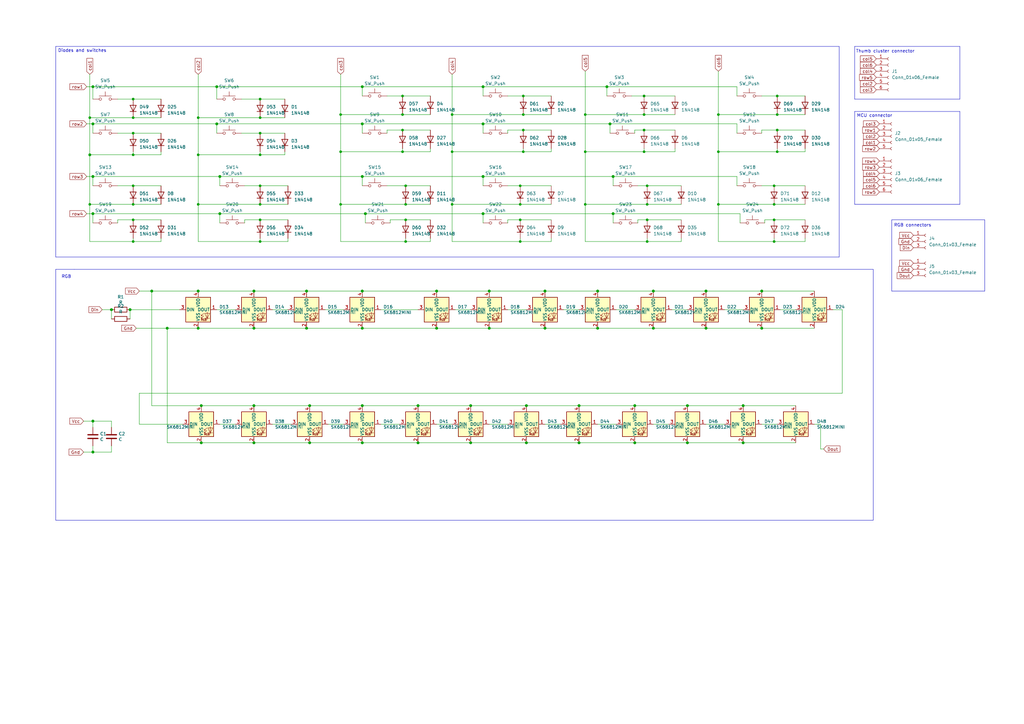
<source format=kicad_sch>
(kicad_sch (version 20230121) (generator eeschema)
  (paper "A3")
  (title_block (title "flex.sch") (date "2022-02-20") (company "bastard keyboards") (comment 3 "CC BY-NC-SA 4.0") (comment 4 "Copyright Quentin Lebastard 2022"))
  (junction (at 148.59 35.56) (diameter 1.016))
  (junction (at 215.9 166.37) (diameter 1.016))
  (junction (at 54.61 76.2))
  (junction (at 213.36 99.06))
  (junction (at 54.61 48.26))
  (junction (at 240.03 62.23))
  (junction (at 179.07 119.38) (diameter 1.016))
  (junction (at 294.64 46.99))
  (junction (at 200.66 119.38) (diameter 1.016))
  (junction (at 198.12 87.63) (diameter 1.016))
  (junction (at 68.58 134.62) (diameter 1.016))
  (junction (at 127 166.37) (diameter 1.016))
  (junction (at 88.9 35.56) (diameter 1.016))
  (junction (at 166.37 83.82))
  (junction (at 264.16 46.99))
  (junction (at 106.68 76.2))
  (junction (at 179.07 134.62) (diameter 1.016))
  (junction (at 106.68 99.06))
  (junction (at 317.5 90.17))
  (junction (at 82.55 181.61) (diameter 1.016))
  (junction (at 104.14 119.38) (diameter 1.016))
  (junction (at 171.45 181.61) (diameter 1.016))
  (junction (at 215.9 181.61) (diameter 1.016))
  (junction (at 213.36 83.82))
  (junction (at 312.42 134.62) (diameter 1.016))
  (junction (at 171.45 166.37) (diameter 1.016))
  (junction (at 148.59 72.39) (diameter 1.016))
  (junction (at 318.77 53.34))
  (junction (at 81.28 83.82))
  (junction (at 223.52 134.62) (diameter 1.016))
  (junction (at 165.1 39.37))
  (junction (at 36.83 83.82))
  (junction (at 38.1 72.39) (diameter 1.016))
  (junction (at 36.83 48.26))
  (junction (at 81.28 119.38) (diameter 1.016))
  (junction (at 88.9 50.8) (diameter 1.016))
  (junction (at 248.92 35.56) (diameter 1.016))
  (junction (at 318.77 46.99))
  (junction (at 185.42 83.82))
  (junction (at 264.16 39.37))
  (junction (at 54.61 83.82))
  (junction (at 281.94 181.61) (diameter 1.016))
  (junction (at 125.73 134.62) (diameter 1.016))
  (junction (at 185.42 46.99))
  (junction (at 38.1 172.72) (diameter 1.016))
  (junction (at 165.1 53.34))
  (junction (at 106.68 83.82))
  (junction (at 54.61 90.17))
  (junction (at 104.14 166.37) (diameter 1.016))
  (junction (at 166.37 76.2))
  (junction (at 289.56 134.62) (diameter 1.016))
  (junction (at 38.1 35.56) (diameter 1.016))
  (junction (at 318.77 39.37))
  (junction (at 148.59 134.62) (diameter 1.016))
  (junction (at 82.55 166.37) (diameter 1.016))
  (junction (at 148.59 119.38) (diameter 1.016))
  (junction (at 54.61 54.61))
  (junction (at 62.23 119.38) (diameter 1.016))
  (junction (at 53.34 127) (diameter 1.016))
  (junction (at 38.1 50.8) (diameter 1.016))
  (junction (at 281.94 166.37) (diameter 1.016))
  (junction (at 81.28 134.62) (diameter 1.016))
  (junction (at 214.63 46.99))
  (junction (at 245.11 134.62) (diameter 1.016))
  (junction (at 265.43 76.2))
  (junction (at 54.61 40.64))
  (junction (at 166.37 90.17))
  (junction (at 267.97 119.38) (diameter 1.016))
  (junction (at 214.63 53.34))
  (junction (at 294.64 83.82))
  (junction (at 265.43 83.82))
  (junction (at 237.49 181.61) (diameter 1.016))
  (junction (at 289.56 119.38) (diameter 1.016))
  (junction (at 304.8 181.61) (diameter 1.016))
  (junction (at 104.14 181.61) (diameter 1.016))
  (junction (at 127 181.61) (diameter 1.016))
  (junction (at 260.35 181.61) (diameter 1.016))
  (junction (at 245.11 119.38) (diameter 1.016))
  (junction (at 139.7 62.23))
  (junction (at 198.12 72.39) (diameter 1.016))
  (junction (at 106.68 63.5))
  (junction (at 149.86 87.63) (diameter 1.016))
  (junction (at 198.12 50.8) (diameter 1.016))
  (junction (at 251.46 87.63) (diameter 1.016))
  (junction (at 165.1 46.99))
  (junction (at 223.52 119.38) (diameter 1.016))
  (junction (at 54.61 99.06))
  (junction (at 260.35 166.37) (diameter 1.016))
  (junction (at 139.7 46.99))
  (junction (at 148.59 50.8) (diameter 1.016))
  (junction (at 166.37 99.06))
  (junction (at 125.73 119.38) (diameter 1.016))
  (junction (at 317.5 99.06))
  (junction (at 213.36 76.2))
  (junction (at 264.16 53.34))
  (junction (at 185.42 62.23))
  (junction (at 317.5 76.2))
  (junction (at 148.59 166.37) (diameter 1.016))
  (junction (at 106.68 48.26))
  (junction (at 198.12 35.56) (diameter 1.016))
  (junction (at 139.7 83.82))
  (junction (at 251.46 72.39) (diameter 1.016))
  (junction (at 214.63 62.23))
  (junction (at 54.61 63.5))
  (junction (at 81.28 63.5))
  (junction (at 304.8 166.37) (diameter 1.016))
  (junction (at 294.64 62.23))
  (junction (at 193.04 181.61) (diameter 1.016))
  (junction (at 250.19 50.8) (diameter 1.016))
  (junction (at 38.1 87.63) (diameter 1.016))
  (junction (at 240.03 46.99))
  (junction (at 106.68 90.17))
  (junction (at 81.28 48.26))
  (junction (at 265.43 99.06))
  (junction (at 267.97 134.62) (diameter 1.016))
  (junction (at 165.1 62.23))
  (junction (at 104.14 134.62) (diameter 1.016))
  (junction (at 265.43 90.17))
  (junction (at 317.5 83.82))
  (junction (at 45.72 127) (diameter 1.016))
  (junction (at 213.36 90.17))
  (junction (at 193.04 166.37) (diameter 1.016))
  (junction (at 264.16 62.23))
  (junction (at 214.63 39.37))
  (junction (at 148.59 181.61) (diameter 1.016))
  (junction (at 36.83 63.5) (diameter 1.016))
  (junction (at 240.03 83.82))
  (junction (at 312.42 119.38) (diameter 1.016))
  (junction (at 318.77 62.23))
  (junction (at 38.1 185.42) (diameter 1.016))
  (junction (at 90.17 72.39) (diameter 1.016))
  (junction (at 106.68 54.61))
  (junction (at 90.17 87.63) (diameter 1.016))
  (junction (at 200.66 134.62) (diameter 1.016))
  (junction (at 106.68 40.64))
  (junction (at 237.49 166.37) (diameter 1.016))
  (wire (pts (xy 82.55 166.37) (xy 104.14 166.37)))
  (wire (pts (xy 294.64 83.82) (xy 317.5 83.82)))
  (wire (pts (xy 160.02 91.44) (xy 160.02 90.17)))
  (wire (pts (xy 90.17 173.99) (xy 96.52 173.99)))
  (wire (pts (xy 198.12 35.56) (xy 198.12 39.37)))
  (wire (pts (xy 231.14 127) (xy 237.49 127)))
  (wire (pts (xy 158.75 53.34) (xy 158.75 54.61)))
  (wire (pts (xy 54.61 40.64) (xy 66.04 40.64)))
  (wire (pts (xy 294.64 29.21) (xy 294.64 46.99)))
  (polyline (pts (xy 403.86 90.17) (xy 403.86 119.38)))
  (polyline (pts (xy 350.52 19.05) (xy 393.7 19.05)))
  (wire (pts (xy 38.1 72.39) (xy 38.1 76.2)))
  (wire (pts (xy 208.28 39.37) (xy 214.63 39.37)))
  (wire (pts (xy 264.16 60.96) (xy 264.16 62.23)))
  (wire (pts (xy 139.7 83.82) (xy 139.7 99.06)))
  (wire (pts (xy 330.2 60.96) (xy 330.2 62.23)))
  (polyline (pts (xy 358.14 110.49) (xy 358.14 213.36)))
  (wire (pts (xy 148.59 166.37) (xy 171.45 166.37)))
  (wire (pts (xy 148.59 72.39) (xy 148.59 76.2)))
  (wire (pts (xy 57.15 161.29) (xy 57.15 173.99)))
  (wire (pts (xy 251.46 87.63) (xy 198.12 87.63)))
  (wire (pts (xy 165.1 62.23) (xy 176.53 62.23)))
  (wire (pts (xy 104.14 119.38) (xy 125.73 119.38)))
  (wire (pts (xy 48.26 90.17) (xy 54.61 90.17)))
  (wire (pts (xy 264.16 53.34) (xy 276.86 53.34)))
  (polyline (pts (xy 22.86 110.49) (xy 30.48 110.49)))
  (polyline (pts (xy 22.86 19.05) (xy 344.17 19.05)))
  (wire (pts (xy 193.04 166.37) (xy 215.9 166.37)))
  (wire (pts (xy 166.37 99.06) (xy 176.53 99.06)))
  (wire (pts (xy 133.35 127) (xy 140.97 127)))
  (wire (pts (xy 185.42 62.23) (xy 214.63 62.23)))
  (wire (pts (xy 166.37 97.79) (xy 166.37 99.06)))
  (wire (pts (xy 156.21 127) (xy 171.45 127)))
  (wire (pts (xy 38.1 185.42) (xy 38.1 182.88)))
  (wire (pts (xy 200.66 173.99) (xy 208.28 173.99)))
  (wire (pts (xy 261.62 76.2) (xy 265.43 76.2)))
  (wire (pts (xy 176.53 97.79) (xy 176.53 99.06)))
  (polyline (pts (xy 365.76 90.17) (xy 365.76 119.38)))
  (wire (pts (xy 226.06 97.79) (xy 226.06 99.06)))
  (wire (pts (xy 148.59 181.61) (xy 171.45 181.61)))
  (wire (pts (xy 165.1 46.99) (xy 176.53 46.99)))
  (wire (pts (xy 68.58 134.62) (xy 81.28 134.62)))
  (wire (pts (xy 90.17 87.63) (xy 149.86 87.63)))
  (wire (pts (xy 81.28 63.5) (xy 81.28 83.82)))
  (wire (pts (xy 265.43 99.06) (xy 279.4 99.06)))
  (wire (pts (xy 312.42 134.62) (xy 334.01 134.62)))
  (wire (pts (xy 106.68 54.61) (xy 116.84 54.61)))
  (wire (pts (xy 226.06 60.96) (xy 226.06 62.23)))
  (wire (pts (xy 160.02 90.17) (xy 166.37 90.17)))
  (wire (pts (xy 139.7 46.99) (xy 139.7 62.23)))
  (wire (pts (xy 81.28 99.06) (xy 106.68 99.06)))
  (wire (pts (xy 54.61 62.23) (xy 54.61 63.5)))
  (wire (pts (xy 104.14 166.37) (xy 127 166.37)))
  (wire (pts (xy 208.28 127) (xy 215.9 127)))
  (wire (pts (xy 318.77 39.37) (xy 330.2 39.37)))
  (wire (pts (xy 198.12 87.63) (xy 198.12 91.44)))
  (wire (pts (xy 88.9 50.8) (xy 148.59 50.8)))
  (wire (pts (xy 259.08 39.37) (xy 264.16 39.37)))
  (wire (pts (xy 38.1 35.56) (xy 38.1 40.64)))
  (wire (pts (xy 317.5 76.2) (xy 330.2 76.2)))
  (wire (pts (xy 318.77 62.23) (xy 330.2 62.23)))
  (wire (pts (xy 330.2 97.79) (xy 330.2 99.06)))
  (wire (pts (xy 223.52 134.62) (xy 245.11 134.62)))
  (wire (pts (xy 148.59 134.62) (xy 179.07 134.62)))
  (wire (pts (xy 104.14 181.61) (xy 127 181.61)))
  (wire (pts (xy 260.35 181.61) (xy 281.94 181.61)))
  (wire (pts (xy 313.69 90.17) (xy 317.5 90.17)))
  (wire (pts (xy 240.03 62.23) (xy 264.16 62.23)))
  (polyline (pts (xy 22.86 19.05) (xy 22.86 105.41)))
  (wire (pts (xy 166.37 90.17) (xy 176.53 90.17)))
  (wire (pts (xy 106.68 40.64) (xy 116.84 40.64)))
  (wire (pts (xy 345.44 161.29) (xy 57.15 161.29)))
  (wire (pts (xy 208.28 76.2) (xy 213.36 76.2)))
  (wire (pts (xy 317.5 83.82) (xy 330.2 83.82)))
  (wire (pts (xy 54.61 83.82) (xy 66.04 83.82)))
  (wire (pts (xy 345.44 127) (xy 345.44 161.29)))
  (wire (pts (xy 88.9 35.56) (xy 148.59 35.56)))
  (wire (pts (xy 82.55 181.61) (xy 104.14 181.61)))
  (polyline (pts (xy 393.7 83.82) (xy 350.52 83.82)))
  (wire (pts (xy 304.8 181.61) (xy 326.39 181.61)))
  (wire (pts (xy 54.61 76.2) (xy 66.04 76.2)))
  (wire (pts (xy 214.63 62.23) (xy 226.06 62.23)))
  (wire (pts (xy 213.36 90.17) (xy 226.06 90.17)))
  (wire (pts (xy 245.11 173.99) (xy 252.73 173.99)))
  (wire (pts (xy 264.16 39.37) (xy 276.86 39.37)))
  (wire (pts (xy 68.58 181.61) (xy 82.55 181.61)))
  (polyline (pts (xy 350.52 45.72) (xy 393.7 45.72)))
  (wire (pts (xy 185.42 83.82) (xy 213.36 83.82)))
  (wire (pts (xy 36.83 30.48) (xy 36.83 48.26)))
  (wire (pts (xy 252.73 127) (xy 260.35 127)))
  (wire (pts (xy 45.72 127) (xy 45.72 130.81)))
  (wire (pts (xy 185.42 46.99) (xy 185.42 62.23)))
  (wire (pts (xy 54.61 54.61) (xy 66.04 54.61)))
  (wire (pts (xy 318.77 46.99) (xy 330.2 46.99)))
  (wire (pts (xy 90.17 87.63) (xy 90.17 91.44)))
  (wire (pts (xy 148.59 35.56) (xy 148.59 39.37)))
  (wire (pts (xy 38.1 172.72) (xy 34.29 172.72)))
  (wire (pts (xy 38.1 87.63) (xy 38.1 91.44)))
  (wire (pts (xy 208.28 90.17) (xy 213.36 90.17)))
  (wire (pts (xy 116.84 62.23) (xy 116.84 63.5)))
  (wire (pts (xy 179.07 134.62) (xy 200.66 134.62)))
  (wire (pts (xy 240.03 62.23) (xy 240.03 83.82)))
  (wire (pts (xy 200.66 134.62) (xy 223.52 134.62)))
  (wire (pts (xy 55.88 134.62) (xy 68.58 134.62)))
  (wire (pts (xy 176.53 60.96) (xy 176.53 62.23)))
  (wire (pts (xy 294.64 62.23) (xy 318.77 62.23)))
  (polyline (pts (xy 344.17 19.05) (xy 344.17 105.41)))
  (wire (pts (xy 68.58 134.62) (xy 68.58 181.61)))
  (wire (pts (xy 34.29 185.42) (xy 38.1 185.42)))
  (wire (pts (xy 35.56 87.63) (xy 38.1 87.63)))
  (wire (pts (xy 57.15 173.99) (xy 74.93 173.99)))
  (wire (pts (xy 214.63 53.34) (xy 226.06 53.34)))
  (wire (pts (xy 88.9 35.56) (xy 88.9 40.64)))
  (wire (pts (xy 185.42 99.06) (xy 213.36 99.06)))
  (wire (pts (xy 198.12 35.56) (xy 248.92 35.56)))
  (wire (pts (xy 166.37 83.82) (xy 176.53 83.82)))
  (wire (pts (xy 250.19 50.8) (xy 302.26 50.8)))
  (wire (pts (xy 111.76 127) (xy 118.11 127)))
  (wire (pts (xy 245.11 134.62) (xy 267.97 134.62)))
  (wire (pts (xy 62.23 119.38) (xy 62.23 166.37)))
  (wire (pts (xy 171.45 181.61) (xy 193.04 181.61)))
  (wire (pts (xy 35.56 72.39) (xy 38.1 72.39)))
  (wire (pts (xy 81.28 134.62) (xy 104.14 134.62)))
  (wire (pts (xy 45.72 175.26) (xy 45.72 172.72)))
  (wire (pts (xy 111.76 173.99) (xy 119.38 173.99)))
  (wire (pts (xy 185.42 83.82) (xy 185.42 99.06)))
  (wire (pts (xy 54.61 48.26) (xy 66.04 48.26)))
  (wire (pts (xy 312.42 76.2) (xy 317.5 76.2)))
  (wire (pts (xy 302.26 72.39) (xy 302.26 76.2)))
  (wire (pts (xy 35.56 50.8) (xy 38.1 50.8)))
  (wire (pts (xy 294.64 83.82) (xy 294.64 99.06)))
  (wire (pts (xy 318.77 53.34) (xy 330.2 53.34)))
  (wire (pts (xy 294.64 62.23) (xy 294.64 83.82)))
  (wire (pts (xy 336.55 173.99) (xy 336.55 184.15)))
  (wire (pts (xy 223.52 173.99) (xy 229.87 173.99)))
  (wire (pts (xy 156.21 173.99) (xy 163.83 173.99)))
  (wire (pts (xy 265.43 97.79) (xy 265.43 99.06)))
  (polyline (pts (xy 393.7 40.64) (xy 350.52 40.64)))
  (wire (pts (xy 312.42 39.37) (xy 318.77 39.37)))
  (wire (pts (xy 139.7 99.06) (xy 166.37 99.06)))
  (wire (pts (xy 38.1 35.56) (xy 88.9 35.56)))
  (wire (pts (xy 106.68 99.06) (xy 118.11 99.06)))
  (wire (pts (xy 260.35 54.61) (xy 260.35 53.34)))
  (wire (pts (xy 198.12 72.39) (xy 198.12 76.2)))
  (wire (pts (xy 38.1 50.8) (xy 88.9 50.8)))
  (polyline (pts (xy 344.17 105.41) (xy 22.86 105.41)))
  (wire (pts (xy 81.28 63.5) (xy 106.68 63.5)))
  (wire (pts (xy 240.03 99.06) (xy 265.43 99.06)))
  (wire (pts (xy 35.56 35.56) (xy 38.1 35.56)))
  (wire (pts (xy 289.56 134.62) (xy 312.42 134.62)))
  (wire (pts (xy 165.1 53.34) (xy 176.53 53.34)))
  (wire (pts (xy 54.61 99.06) (xy 66.04 99.06)))
  (wire (pts (xy 208.28 53.34) (xy 208.28 54.61)))
  (wire (pts (xy 275.59 127) (xy 281.94 127)))
  (polyline (pts (xy 350.52 45.72) (xy 350.52 83.82)))
  (polyline (pts (xy 393.7 45.72) (xy 393.7 83.82)))
  (wire (pts (xy 81.28 119.38) (xy 104.14 119.38)))
  (wire (pts (xy 240.03 29.21) (xy 240.03 46.99)))
  (wire (pts (xy 158.75 76.2) (xy 166.37 76.2)))
  (wire (pts (xy 36.83 83.82) (xy 54.61 83.82)))
  (wire (pts (xy 185.42 46.99) (xy 214.63 46.99)))
  (wire (pts (xy 193.04 181.61) (xy 215.9 181.61)))
  (wire (pts (xy 100.33 90.17) (xy 106.68 90.17)))
  (wire (pts (xy 240.03 83.82) (xy 265.43 83.82)))
  (wire (pts (xy 302.26 50.8) (xy 302.26 54.61)))
  (wire (pts (xy 106.68 90.17) (xy 118.11 90.17)))
  (wire (pts (xy 54.61 90.17) (xy 66.04 90.17)))
  (wire (pts (xy 289.56 119.38) (xy 312.42 119.38)))
  (wire (pts (xy 45.72 185.42) (xy 45.72 182.88)))
  (wire (pts (xy 208.28 90.17) (xy 208.28 91.44)))
  (wire (pts (xy 36.83 63.5) (xy 36.83 83.82)))
  (wire (pts (xy 198.12 50.8) (xy 198.12 54.61)))
  (wire (pts (xy 237.49 166.37) (xy 260.35 166.37)))
  (wire (pts (xy 214.63 60.96) (xy 214.63 62.23)))
  (wire (pts (xy 48.26 40.64) (xy 54.61 40.64)))
  (wire (pts (xy 88.9 50.8) (xy 88.9 54.61)))
  (wire (pts (xy 81.28 83.82) (xy 106.68 83.82)))
  (wire (pts (xy 250.19 50.8) (xy 250.19 54.61)))
  (wire (pts (xy 267.97 119.38) (xy 289.56 119.38)))
  (wire (pts (xy 158.75 53.34) (xy 165.1 53.34)))
  (wire (pts (xy 118.11 97.79) (xy 118.11 99.06)))
  (wire (pts (xy 264.16 46.99) (xy 276.86 46.99)))
  (wire (pts (xy 248.92 35.56) (xy 302.26 35.56)))
  (wire (pts (xy 81.28 83.82) (xy 81.28 99.06)))
  (wire (pts (xy 139.7 46.99) (xy 165.1 46.99)))
  (wire (pts (xy 179.07 173.99) (xy 185.42 173.99)))
  (wire (pts (xy 166.37 76.2) (xy 176.53 76.2)))
  (wire (pts (xy 149.86 87.63) (xy 149.86 91.44)))
  (wire (pts (xy 334.01 173.99) (xy 336.55 173.99)))
  (wire (pts (xy 88.9 127) (xy 96.52 127)))
  (wire (pts (xy 165.1 39.37) (xy 176.53 39.37)))
  (wire (pts (xy 261.62 90.17) (xy 261.62 91.44)))
  (wire (pts (xy 294.64 99.06) (xy 317.5 99.06)))
  (wire (pts (xy 312.42 173.99) (xy 318.77 173.99)))
  (wire (pts (xy 294.64 46.99) (xy 294.64 62.23)))
  (wire (pts (xy 267.97 173.99) (xy 274.32 173.99)))
  (wire (pts (xy 57.15 119.38) (xy 62.23 119.38)))
  (wire (pts (xy 289.56 173.99) (xy 297.18 173.99)))
  (wire (pts (xy 267.97 134.62) (xy 289.56 134.62)))
  (wire (pts (xy 245.11 119.38) (xy 267.97 119.38)))
  (wire (pts (xy 36.83 83.82) (xy 36.83 99.06)))
  (wire (pts (xy 53.34 127) (xy 53.34 130.81)))
  (wire (pts (xy 317.5 97.79) (xy 317.5 99.06)))
  (wire (pts (xy 99.06 40.64) (xy 106.68 40.64)))
  (wire (pts (xy 36.83 48.26) (xy 36.83 63.5)))
  (wire (pts (xy 106.68 83.82) (xy 118.11 83.82)))
  (wire (pts (xy 38.1 175.26) (xy 38.1 172.72)))
  (wire (pts (xy 313.69 91.44) (xy 313.69 90.17)))
  (wire (pts (xy 139.7 62.23) (xy 139.7 83.82)))
  (wire (pts (xy 251.46 87.63) (xy 303.53 87.63)))
  (wire (pts (xy 304.8 166.37) (xy 326.39 166.37)))
  (wire (pts (xy 317.5 99.06) (xy 330.2 99.06)))
  (wire (pts (xy 106.68 62.23) (xy 106.68 63.5)))
  (wire (pts (xy 38.1 72.39) (xy 90.17 72.39)))
  (wire (pts (xy 265.43 83.82) (xy 279.4 83.82)))
  (wire (pts (xy 251.46 91.44) (xy 251.46 87.63)))
  (wire (pts (xy 213.36 99.06) (xy 226.06 99.06)))
  (wire (pts (xy 38.1 185.42) (xy 45.72 185.42)))
  (wire (pts (xy 214.63 46.99) (xy 226.06 46.99)))
  (wire (pts (xy 100.33 76.2) (xy 106.68 76.2)))
  (wire (pts (xy 260.35 53.34) (xy 264.16 53.34)))
  (wire (pts (xy 48.26 54.61) (xy 54.61 54.61)))
  (wire (pts (xy 302.26 35.56) (xy 302.26 39.37)))
  (wire (pts (xy 148.59 35.56) (xy 198.12 35.56)))
  (wire (pts (xy 213.36 97.79) (xy 213.36 99.06)))
  (wire (pts (xy 148.59 72.39) (xy 198.12 72.39)))
  (wire (pts (xy 165.1 60.96) (xy 165.1 62.23)))
  (wire (pts (xy 264.16 62.23) (xy 276.86 62.23)))
  (wire (pts (xy 66.04 62.23) (xy 66.04 63.5)))
  (wire (pts (xy 312.42 53.34) (xy 312.42 54.61)))
  (wire (pts (xy 179.07 119.38) (xy 200.66 119.38)))
  (wire (pts (xy 213.36 83.82) (xy 226.06 83.82)))
  (wire (pts (xy 148.59 50.8) (xy 198.12 50.8)))
  (wire (pts (xy 336.55 184.15) (xy 337.82 184.15)))
  (wire (pts (xy 240.03 46.99) (xy 240.03 62.23)))
  (wire (pts (xy 185.42 62.23) (xy 185.42 83.82)))
  (wire (pts (xy 106.68 48.26) (xy 116.84 48.26)))
  (wire (pts (xy 265.43 76.2) (xy 279.4 76.2)))
  (wire (pts (xy 237.49 181.61) (xy 260.35 181.61)))
  (wire (pts (xy 125.73 119.38) (xy 148.59 119.38)))
  (wire (pts (xy 186.69 127) (xy 193.04 127)))
  (wire (pts (xy 198.12 72.39) (xy 251.46 72.39)))
  (wire (pts (xy 106.68 63.5) (xy 116.84 63.5)))
  (wire (pts (xy 148.59 50.8) (xy 148.59 54.61)))
  (wire (pts (xy 215.9 181.61) (xy 237.49 181.61)))
  (wire (pts (xy 240.03 46.99) (xy 264.16 46.99)))
  (wire (pts (xy 261.62 90.17) (xy 265.43 90.17)))
  (wire (pts (xy 90.17 72.39) (xy 90.17 76.2)))
  (wire (pts (xy 90.17 72.39) (xy 148.59 72.39)))
  (polyline (pts (xy 22.86 213.36) (xy 22.86 110.49)))
  (wire (pts (xy 281.94 181.61) (xy 304.8 181.61)))
  (wire (pts (xy 214.63 39.37) (xy 226.06 39.37)))
  (wire (pts (xy 341.63 127) (xy 345.44 127)))
  (wire (pts (xy 99.06 54.61) (xy 106.68 54.61)))
  (wire (pts (xy 139.7 62.23) (xy 165.1 62.23)))
  (wire (pts (xy 125.73 134.62) (xy 148.59 134.62)))
  (wire (pts (xy 265.43 90.17) (xy 279.4 90.17)))
  (wire (pts (xy 106.68 97.79) (xy 106.68 99.06)))
  (wire (pts (xy 279.4 97.79) (xy 279.4 99.06)))
  (wire (pts (xy 81.28 48.26) (xy 81.28 63.5)))
  (wire (pts (xy 48.26 76.2) (xy 54.61 76.2)))
  (wire (pts (xy 36.83 48.26) (xy 54.61 48.26)))
  (polyline (pts (xy 393.7 19.05) (xy 393.7 40.64)))
  (wire (pts (xy 312.42 53.34) (xy 318.77 53.34)))
  (wire (pts (xy 320.04 127) (xy 326.39 127)))
  (polyline (pts (xy 358.14 213.36) (xy 22.86 213.36)))
  (wire (pts (xy 48.26 90.17) (xy 48.26 91.44)))
  (wire (pts (xy 240.03 83.82) (xy 240.03 99.06)))
  (wire (pts (xy 106.68 76.2) (xy 118.11 76.2)))
  (polyline (pts (xy 365.76 90.17) (xy 403.86 90.17)))
  (wire (pts (xy 53.34 127) (xy 73.66 127)))
  (wire (pts (xy 171.45 166.37) (xy 193.04 166.37)))
  (wire (pts (xy 100.33 90.17) (xy 100.33 91.44)))
  (wire (pts (xy 54.61 63.5) (xy 66.04 63.5)))
  (wire (pts (xy 223.52 119.38) (xy 245.11 119.38)))
  (wire (pts (xy 297.18 127) (xy 304.8 127)))
  (wire (pts (xy 158.75 39.37) (xy 165.1 39.37)))
  (wire (pts (xy 139.7 83.82) (xy 166.37 83.82)))
  (wire (pts (xy 36.83 99.06) (xy 54.61 99.06)))
  (polyline (pts (xy 30.48 110.49) (xy 358.14 110.49)))
  (wire (pts (xy 148.59 119.38) (xy 179.07 119.38)))
  (wire (pts (xy 54.61 97.79) (xy 54.61 99.06)))
  (wire (pts (xy 303.53 87.63) (xy 303.53 91.44)))
  (wire (pts (xy 38.1 87.63) (xy 90.17 87.63)))
  (wire (pts (xy 317.5 90.17) (xy 330.2 90.17)))
  (wire (pts (xy 139.7 30.48) (xy 139.7 46.99)))
  (wire (pts (xy 312.42 119.38) (xy 334.01 119.38)))
  (wire (pts (xy 81.28 30.48) (xy 81.28 48.26)))
  (wire (pts (xy 134.62 173.99) (xy 140.97 173.99)))
  (polyline (pts (xy 350.52 19.05) (xy 350.52 40.64)))
  (wire (pts (xy 198.12 50.8) (xy 250.19 50.8)))
  (wire (pts (xy 276.86 60.96) (xy 276.86 62.23)))
  (wire (pts (xy 41.91 127) (xy 45.72 127)))
  (wire (pts (xy 45.72 172.72) (xy 38.1 172.72)))
  (wire (pts (xy 213.36 76.2) (xy 226.06 76.2)))
  (wire (pts (xy 66.04 97.79) (xy 66.04 99.06)))
  (wire (pts (xy 127 181.61) (xy 148.59 181.61)))
  (wire (pts (xy 294.64 46.99) (xy 318.77 46.99)))
  (wire (pts (xy 38.1 50.8) (xy 38.1 54.61)))
  (wire (pts (xy 127 166.37) (xy 148.59 166.37)))
  (wire (pts (xy 62.23 119.38) (xy 81.28 119.38)))
  (wire (pts (xy 81.28 48.26) (xy 106.68 48.26)))
  (wire (pts (xy 251.46 72.39) (xy 251.46 76.2)))
  (wire (pts (xy 185.42 30.48) (xy 185.42 46.99)))
  (polyline (pts (xy 403.86 119.38) (xy 365.76 119.38)))
  (wire (pts (xy 251.46 72.39) (xy 302.26 72.39)))
  (wire (pts (xy 62.23 166.37) (xy 82.55 166.37)))
  (wire (pts (xy 149.86 87.63) (xy 198.12 87.63)))
  (wire (pts (xy 200.66 119.38) (xy 223.52 119.38)))
  (wire (pts (xy 281.94 166.37) (xy 304.8 166.37)))
  (wire (pts (xy 215.9 166.37) (xy 237.49 166.37)))
  (wire (pts (xy 318.77 60.96) (xy 318.77 62.23)))
  (wire (pts (xy 260.35 166.37) (xy 281.94 166.37)))
  (wire (pts (xy 208.28 53.34) (xy 214.63 53.34)))
  (wire (pts (xy 248.92 39.37) (xy 248.92 35.56)))
  (wire (pts (xy 104.14 134.62) (xy 125.73 134.62)))
  (wire (pts (xy 36.83 63.5) (xy 54.61 63.5)))
  (text "Diodes and switches" (at 43.688 21.59 0) (effects (font (size 1.27 1.27)) (justify right bottom)))
  (text "RGB" (at 29.21 114.3 0) (effects (font (size 1.27 1.27)) (justify right bottom)))
  (text "MCU connector" (at 366.014 48.26 0) (effects (font (size 1.27 1.27)) (justify right bottom)))
  (text "Thumb cluster connector" (at 375.158 21.844 0) (effects (font (size 1.27 1.27)) (justify right bottom)))
  (text "This work is licensed under a Creative Commons Attribution-NonCommercial-ShareAlike 4.0 International License." (at 429.26 378.46 0) (effects (font (size 1.27 1.27)) (justify left bottom)))
  (text "RGB connectors" (at 382.016 93.218 0) (effects (font (size 1.27 1.27)) (justify right bottom)))
  (global_label "Din" (shape input) (at 41.91 127 180) (property "Intersheetrefs" "${INTERSHEET_REFS}" (effects hide)))
  (global_label "col6" (shape input) (at 360.68 76.2 180) (property "Intersheetrefs" "${INTERSHEET_REFS}" (effects hide)))
  (global_label "col5" (shape input) (at 360.68 73.66 180) (property "Intersheetrefs" "${INTERSHEET_REFS}" (effects hide)))
  (global_label "col2" (shape input) (at 359.41 34.29 180) (property "Intersheetrefs" "${INTERSHEET_REFS}" (effects hide)))
  (global_label "Din" (shape input) (at 374.65 101.6 180) (property "Intersheetrefs" "${INTERSHEET_REFS}" (effects hide)))
  (global_label "col5" (shape input) (at 240.03 29.21 90) (property "Intersheetrefs" "${INTERSHEET_REFS}" (effects hide)))
  (global_label "Dout" (shape input) (at 337.82 184.15 0) (property "Intersheetrefs" "${INTERSHEET_REFS}" (effects hide)))
  (global_label "col3" (shape input) (at 139.7 30.48 90) (property "Intersheetrefs" "${INTERSHEET_REFS}" (effects hide)))
  (global_label "row3" (shape input) (at 360.68 68.58 180) (property "Intersheetrefs" "${INTERSHEET_REFS}" (effects hide)))
  (global_label "Vcc" (shape input) (at 57.15 119.38 180) (property "Intersheetrefs" "${INTERSHEET_REFS}" (effects hide)))
  (global_label "Gnd" (shape input) (at 374.65 99.06 180) (property "Intersheetrefs" "${INTERSHEET_REFS}" (effects hide)))
  (global_label "row5" (shape input) (at 359.41 31.75 180) (property "Intersheetrefs" "${INTERSHEET_REFS}" (effects hide)))
  (global_label "col2" (shape input) (at 360.68 55.88 180) (property "Intersheetrefs" "${INTERSHEET_REFS}" (effects hide)))
  (global_label "row3" (shape input) (at 35.56 72.39 180) (property "Intersheetrefs" "${INTERSHEET_REFS}" (effects hide)))
  (global_label "Gnd" (shape input) (at 55.88 134.62 180) (property "Intersheetrefs" "${INTERSHEET_REFS}" (effects hide)))
  (global_label "col4" (shape input) (at 359.41 29.21 180) (property "Intersheetrefs" "${INTERSHEET_REFS}" (effects hide)))
  (global_label "col3" (shape input) (at 359.41 36.83 180) (property "Intersheetrefs" "${INTERSHEET_REFS}" (effects hide)))
  (global_label "col4" (shape input) (at 185.42 30.48 90) (property "Intersheetrefs" "${INTERSHEET_REFS}" (effects hide)))
  (global_label "row5" (shape input) (at 360.68 78.74 180) (property "Intersheetrefs" "${INTERSHEET_REFS}" (effects hide)))
  (global_label "row1" (shape input) (at 360.68 53.34 180) (property "Intersheetrefs" "${INTERSHEET_REFS}" (effects hide)))
  (global_label "row4" (shape input) (at 360.68 66.04 180) (property "Intersheetrefs" "${INTERSHEET_REFS}" (effects hide)))
  (global_label "Vcc" (shape input) (at 34.29 172.72 180) (property "Intersheetrefs" "${INTERSHEET_REFS}" (effects hide)))
  (global_label "row2" (shape input) (at 360.68 60.96 180) (property "Intersheetrefs" "${INTERSHEET_REFS}" (effects hide)))
  (global_label "col1" (shape input) (at 360.68 58.42 180) (property "Intersheetrefs" "${INTERSHEET_REFS}" (effects hide)))
  (global_label "col6" (shape input) (at 359.41 26.67 180) (property "Intersheetrefs" "${INTERSHEET_REFS}" (effects hide)))
  (global_label "col6" (shape input) (at 294.64 29.21 90) (property "Intersheetrefs" "${INTERSHEET_REFS}" (effects hide)))
  (global_label "col3" (shape input) (at 360.68 50.8 180) (property "Intersheetrefs" "${INTERSHEET_REFS}" (effects hide)))
  (global_label "row4" (shape input) (at 35.56 87.63 180) (property "Intersheetrefs" "${INTERSHEET_REFS}" (effects hide)))
  (global_label "Gnd" (shape input) (at 374.65 110.49 180) (property "Intersheetrefs" "${INTERSHEET_REFS}" (effects hide)))
  (global_label "row1" (shape input) (at 35.56 35.56 180) (property "Intersheetrefs" "${INTERSHEET_REFS}" (effects hide)))
  (global_label "Gnd" (shape input) (at 34.29 185.42 180) (property "Intersheetrefs" "${INTERSHEET_REFS}" (effects hide)))
  (global_label "row2" (shape input) (at 35.56 50.8 180) (property "Intersheetrefs" "${INTERSHEET_REFS}" (effects hide)))
  (global_label "Vcc" (shape input) (at 374.65 107.95 180) (property "Intersheetrefs" "${INTERSHEET_REFS}" (effects hide)))
  (global_label "col1" (shape input) (at 36.83 30.48 90) (property "Intersheetrefs" "${INTERSHEET_REFS}" (effects hide)))
  (global_label "Dout" (shape input) (at 374.65 113.03 180) (property "Intersheetrefs" "${INTERSHEET_REFS}" (effects hide)))
  (global_label "col5" (shape input) (at 359.41 24.13 180) (property "Intersheetrefs" "${INTERSHEET_REFS}" (effects hide)))
  (global_label "col2" (shape input) (at 81.28 30.48 90) (property "Intersheetrefs" "${INTERSHEET_REFS}" (effects hide)))
  (global_label "col4" (shape input) (at 360.68 71.12 180) (property "Intersheetrefs" "${INTERSHEET_REFS}" (effects hide)))
  (global_label "Vcc" (shape input) (at 374.65 96.52 180) (property "Intersheetrefs" "${INTERSHEET_REFS}" (effects hide)))
  (symbol (lib_id "Device:C") (at 38.1 179.07 0) (unit 1)
    (property "Reference" "C1" (at 41.0211 177.9206 0) (effects (justify left)))
    (property "Value" "C" (at 41.0211 180.2193 0) (effects (justify left)))
    (property "Footprint" "Capacitor_SMD:C_1206_3216Metric_Pad1.42x1.75mm_HandSolder" (effects hide))
  )
  (symbol (lib_id "Switch:SW_Push") (at 43.18 54.61 0) (unit 1)
    (property "Reference" "SW7" (at 43.18 46.99 0))
    (property "Value" "SW_Push" (at 43.18 49.53 0))
    (property "Footprint" "custom:SW_MX_reversible" (effects hide))
  )
  (symbol (lib_id "Diode:1N4148") (at 66.04 44.45 90) (unit 1)
    (property "Reference" "D25" (at 68.58 43.815 90) (effects (justify right)))
    (property "Value" "1N4148" (at 68.58 46.355 90) (effects (justify right)))
    (property "Footprint" "libs:D_0402" (effects hide))
    (property "Datasheet" "https://assets.nexperia.com/documents/data-sheet/1N4148_1N4448.pdf" (effects hide))
    (property "Sim.Device" "D" (effects hide))
    (property "Sim.Pins" "1=K 2=A" (effects hide))
  )
  (symbol (lib_id "Switch:SW_Push") (at 256.54 91.44 0) (unit 1)
    (property "Reference" "SW23" (at 256.54 83.82 0))
    (property "Value" "SW_Push" (at 256.54 86.36 0))
    (property "Footprint" "custom:SW_MX_reversible" (effects hide))
  )
  (symbol (lib_id "LED:SK6812MINI") (at 267.97 127 0) (unit 1)
    (property "Reference" "D21" (at 276.6061 125.8506 0) (effects (justify left)))
    (property "Value" "SK6812MINI" (at 276.6061 128.1493 0) (effects (justify left)))
    (property "Footprint" "libs:SK6812_mini_e_corners" (effects hide))
    (property "Datasheet" "https://cdn-shop.adafruit.com/product-files/2686/SK6812MINI_REV.01-1-2.pdf" (effects hide))
  )
  (symbol (lib_id "Diode:1N4148") (at 226.06 57.15 90) (unit 1)
    (property "Reference" "D28" (at 228.6 56.515 90) (effects (justify right)))
    (property "Value" "1N4148" (at 228.6 59.055 90) (effects (justify right)))
    (property "Footprint" "libs:D_0402" (effects hide))
    (property "Datasheet" "https://assets.nexperia.com/documents/data-sheet/1N4148_1N4448.pdf" (effects hide))
    (property "Sim.Device" "D" (effects hide))
    (property "Sim.Pins" "1=K 2=A" (effects hide))
  )
  (symbol (lib_id "LED:SK6812MINI") (at 148.59 173.99 0) (unit 1)
    (property "Reference" "D40" (at 157.2261 172.8406 0) (effects (justify left)))
    (property "Value" "SK6812MINI" (at 157.2261 175.1393 0) (effects (justify left)))
    (property "Footprint" "libs:SK6812_mini_e_corners" (effects hide))
    (property "Datasheet" "https://cdn-shop.adafruit.com/product-files/2686/SK6812MINI_REV.01-1-2.pdf" (effects hide))
  )
  (symbol (lib_id "Diode:1N4148") (at 226.06 80.01 90) (unit 1)
    (property "Reference" "D7" (at 228.6 79.375 90) (effects (justify right)))
    (property "Value" "1N4148" (at 228.6 81.915 90) (effects (justify right)))
    (property "Footprint" "libs:D_0402" (effects hide))
    (property "Datasheet" "https://assets.nexperia.com/documents/data-sheet/1N4148_1N4448.pdf" (effects hide))
    (property "Sim.Device" "D" (effects hide))
    (property "Sim.Pins" "1=K 2=A" (effects hide))
  )
  (symbol (lib_id "LED:SK6812MINI") (at 81.28 127 0) (unit 1)
    (property "Reference" "D13" (at 89.9161 125.8506 0) (effects (justify left)))
    (property "Value" "SK6812MINI" (at 89.9161 128.1493 0) (effects (justify left)))
    (property "Footprint" "libs:SK6812_mini_e_corners" (effects hide))
    (property "Datasheet" "https://cdn-shop.adafruit.com/product-files/2686/SK6812MINI_REV.01-1-2.pdf" (effects hide))
  )
  (symbol (lib_id "Diode:1N4148") (at 214.63 43.18 90) (unit 1)
    (property "Reference" "D61" (at 217.17 42.545 90) (effects (justify right)))
    (property "Value" "1N4148" (at 217.17 45.085 90) (effects (justify right)))
    (property "Footprint" "custom:Diode_TH_SOD123" (effects hide))
    (property "Datasheet" "https://assets.nexperia.com/documents/data-sheet/1N4148_1N4448.pdf" (effects hide))
    (property "Sim.Device" "D" (effects hide))
    (property "Sim.Pins" "1=K 2=A" (effects hide))
  )
  (symbol (lib_id "LED:SK6812MINI") (at 312.42 127 0) (unit 1)
    (property "Reference" "D23" (at 321.0561 125.8506 0) (effects (justify left)))
    (property "Value" "SK6812MINI" (at 321.0561 128.1493 0) (effects (justify left)))
    (property "Footprint" "libs:SK6812_mini_e_corners" (effects hide))
    (property "Datasheet" "https://cdn-shop.adafruit.com/product-files/2686/SK6812MINI_REV.01-1-2.pdf" (effects hide))
  )
  (symbol (lib_id "LED:SK6812MINI") (at 223.52 127 0) (unit 1)
    (property "Reference" "D19" (at 232.1561 125.8506 0) (effects (justify left)))
    (property "Value" "SK6812MINI" (at 232.1561 128.1493 0) (effects (justify left)))
    (property "Footprint" "libs:SK6812_mini_e_corners" (effects hide))
    (property "Datasheet" "https://cdn-shop.adafruit.com/product-files/2686/SK6812MINI_REV.01-1-2.pdf" (effects hide))
  )
  (symbol (lib_id "Diode:1N4148") (at 330.2 57.15 90) (unit 1)
    (property "Reference" "D30" (at 332.74 56.515 90) (effects (justify right)))
    (property "Value" "1N4148" (at 332.74 59.055 90) (effects (justify right)))
    (property "Footprint" "libs:D_0402" (effects hide))
    (property "Datasheet" "https://assets.nexperia.com/documents/data-sheet/1N4148_1N4448.pdf" (effects hide))
    (property "Sim.Device" "D" (effects hide))
    (property "Sim.Pins" "1=K 2=A" (effects hide))
  )
  (symbol (lib_id "Diode:1N4148") (at 176.53 80.01 90) (unit 1)
    (property "Reference" "D11" (at 179.07 79.375 90) (effects (justify right)))
    (property "Value" "1N4148" (at 179.07 81.915 90) (effects (justify right)))
    (property "Footprint" "libs:D_0402" (effects hide))
    (property "Datasheet" "https://assets.nexperia.com/documents/data-sheet/1N4148_1N4448.pdf" (effects hide))
    (property "Sim.Device" "D" (effects hide))
    (property "Sim.Pins" "1=K 2=A" (effects hide))
  )
  (symbol (lib_id "LED:SK6812MINI") (at 82.55 173.99 0) (unit 1)
    (property "Reference" "D37" (at 91.1861 172.8406 0) (effects (justify left)))
    (property "Value" "SK6812MINI" (at 91.1861 175.1393 0) (effects (justify left)))
    (property "Footprint" "libs:SK6812_mini_e_corners" (effects hide))
    (property "Datasheet" "https://cdn-shop.adafruit.com/product-files/2686/SK6812MINI_REV.01-1-2.pdf" (effects hide))
  )
  (symbol (lib_id "Diode:1N4148") (at 176.53 57.15 90) (unit 1)
    (property "Reference" "D27" (at 179.07 56.515 90) (effects (justify right)))
    (property "Value" "1N4148" (at 179.07 59.055 90) (effects (justify right)))
    (property "Footprint" "libs:D_0402" (effects hide))
    (property "Datasheet" "https://assets.nexperia.com/documents/data-sheet/1N4148_1N4448.pdf" (effects hide))
    (property "Sim.Device" "D" (effects hide))
    (property "Sim.Pins" "1=K 2=A" (effects hide))
  )
  (symbol (lib_id "Switch:SW_Push") (at 93.98 40.64 0) (unit 1)
    (property "Reference" "SW6" (at 93.98 33.02 0))
    (property "Value" "SW_Push" (at 93.98 35.56 0))
    (property "Footprint" "custom:SW_MX_reversible" (effects hide))
  )
  (symbol (lib_id "LED:SK6812MINI") (at 104.14 173.99 0) (unit 1)
    (property "Reference" "D38" (at 112.7761 172.8406 0) (effects (justify left)))
    (property "Value" "SK6812MINI" (at 112.7761 175.1393 0) (effects (justify left)))
    (property "Footprint" "libs:SK6812_mini_e_corners" (effects hide))
    (property "Datasheet" "https://cdn-shop.adafruit.com/product-files/2686/SK6812MINI_REV.01-1-2.pdf" (effects hide))
  )
  (symbol (lib_id "LED:SK6812MINI") (at 289.56 127 0) (unit 1)
    (property "Reference" "D22" (at 298.1961 125.8506 0) (effects (justify left)))
    (property "Value" "SK6812MINI" (at 298.1961 128.1493 0) (effects (justify left)))
    (property "Footprint" "libs:SK6812_mini_e_corners" (effects hide))
    (property "Datasheet" "https://cdn-shop.adafruit.com/product-files/2686/SK6812MINI_REV.01-1-2.pdf" (effects hide))
  )
  (symbol (lib_id "Switch:SW_Push") (at 153.67 76.2 0) (unit 1)
    (property "Reference" "SW15" (at 153.67 68.58 0))
    (property "Value" "SW_Push" (at 153.67 71.12 0))
    (property "Footprint" "custom:SW_MX_reversible" (effects hide))
  )
  (symbol (lib_id "Diode:1N4148") (at 106.68 93.98 90) (unit 1)
    (property "Reference" "D56" (at 109.22 93.345 90) (effects (justify right)))
    (property "Value" "1N4148" (at 109.22 95.885 90) (effects (justify right)))
    (property "Footprint" "custom:Diode_TH_SOD123" (effects hide))
    (property "Datasheet" "https://assets.nexperia.com/documents/data-sheet/1N4148_1N4448.pdf" (effects hide))
    (property "Sim.Device" "D" (effects hide))
    (property "Sim.Pins" "1=K 2=A" (effects hide))
  )
  (symbol (lib_id "Diode:1N4148") (at 264.16 57.15 90) (unit 1)
    (property "Reference" "D66" (at 266.7 56.515 90) (effects (justify right)))
    (property "Value" "1N4148" (at 266.7 59.055 90) (effects (justify right)))
    (property "Footprint" "custom:Diode_TH_SOD123" (effects hide))
    (property "Datasheet" "https://assets.nexperia.com/documents/data-sheet/1N4148_1N4448.pdf" (effects hide))
    (property "Sim.Device" "D" (effects hide))
    (property "Sim.Pins" "1=K 2=A" (effects hide))
  )
  (symbol (lib_id "Switch:SW_Push") (at 154.94 91.44 0) (unit 1)
    (property "Reference" "SW21" (at 154.94 83.82 0))
    (property "Value" "SW_Push" (at 154.94 86.36 0))
    (property "Footprint" "custom:SW_MX_reversible" (effects hide))
  )
  (symbol (lib_id "Diode:1N4148") (at 106.68 80.01 90) (unit 1)
    (property "Reference" "D55" (at 109.22 79.375 90) (effects (justify right)))
    (property "Value" "1N4148" (at 109.22 81.915 90) (effects (justify right)))
    (property "Footprint" "custom:Diode_TH_SOD123" (effects hide))
    (property "Datasheet" "https://assets.nexperia.com/documents/data-sheet/1N4148_1N4448.pdf" (effects hide))
    (property "Sim.Device" "D" (effects hide))
    (property "Sim.Pins" "1=K 2=A" (effects hide))
  )
  (symbol (lib_id "Diode:1N4148") (at 265.43 80.01 90) (unit 1)
    (property "Reference" "D67" (at 267.97 79.375 90) (effects (justify right)))
    (property "Value" "1N4148" (at 267.97 81.915 90) (effects (justify right)))
    (property "Footprint" "custom:Diode_TH_SOD123" (effects hide))
    (property "Datasheet" "https://assets.nexperia.com/documents/data-sheet/1N4148_1N4448.pdf" (effects hide))
    (property "Sim.Device" "D" (effects hide))
    (property "Sim.Pins" "1=K 2=A" (effects hide))
  )
  (symbol (lib_id "Switch:SW_Push") (at 95.25 91.44 0) (unit 1)
    (property "Reference" "SW20" (at 95.25 83.82 0))
    (property "Value" "SW_Push" (at 95.25 86.36 0))
    (property "Footprint" "custom:SW_MX_reversible" (effects hide))
  )
  (symbol (lib_id "Diode:1N4148") (at 265.43 93.98 90) (unit 1)
    (property "Reference" "D68" (at 267.97 93.345 90) (effects (justify right)))
    (property "Value" "1N4148" (at 267.97 95.885 90) (effects (justify right)))
    (property "Footprint" "custom:Diode_TH_SOD123" (effects hide))
    (property "Datasheet" "https://assets.nexperia.com/documents/data-sheet/1N4148_1N4448.pdf" (effects hide))
    (property "Sim.Device" "D" (effects hide))
    (property "Sim.Pins" "1=K 2=A" (effects hide))
  )
  (symbol (lib_id "Connector:Conn_01x03_Female") (at 379.73 110.49 0) (unit 1)
    (property "Reference" "J5" (at 381 109.22 0) (effects (justify left)))
    (property "Value" "Conn_01x03_Female" (at 381 111.76 0) (effects (justify left)))
    (property "Footprint" "Connector_PinHeader_2.54mm:PinHeader_1x03_P2.54mm_Vertical" (effects hide))
  )
  (symbol (lib_id "Diode:1N4148") (at 279.4 93.98 90) (unit 1)
    (property "Reference" "D35" (at 281.94 93.345 90) (effects (justify right)))
    (property "Value" "1N4148" (at 281.94 95.885 90) (effects (justify right)))
    (property "Footprint" "libs:D_0402" (effects hide))
    (property "Datasheet" "https://assets.nexperia.com/documents/data-sheet/1N4148_1N4448.pdf" (effects hide))
    (property "Sim.Device" "D" (effects hide))
    (property "Sim.Pins" "1=K 2=A" (effects hide))
  )
  (symbol (lib_id "Diode:1N4148") (at 118.11 93.98 90) (unit 1)
    (property "Reference" "D34" (at 120.65 93.345 90) (effects (justify right)))
    (property "Value" "1N4148" (at 120.65 95.885 90) (effects (justify right)))
    (property "Footprint" "libs:D_0402" (effects hide))
    (property "Datasheet" "https://assets.nexperia.com/documents/data-sheet/1N4148_1N4448.pdf" (effects hide))
    (property "Sim.Device" "D" (effects hide))
    (property "Sim.Pins" "1=K 2=A" (effects hide))
  )
  (symbol (lib_id "LED:SK6812MINI") (at 127 173.99 0) (unit 1)
    (property "Reference" "D39" (at 135.6361 172.8406 0) (effects (justify left)))
    (property "Value" "SK6812MINI" (at 135.6361 175.1393 0) (effects (justify left)))
    (property "Footprint" "libs:SK6812_mini_e_corners" (effects hide))
    (property "Datasheet" "https://cdn-shop.adafruit.com/product-files/2686/SK6812MINI_REV.01-1-2.pdf" (effects hide))
  )
  (symbol (lib_id "Switch:SW_Push") (at 93.98 54.61 0) (unit 1)
    (property "Reference" "SW8" (at 93.98 46.99 0))
    (property "Value" "SW_Push" (at 93.98 49.53 0))
    (property "Footprint" "custom:SW_MX_reversible" (effects hide))
  )
  (symbol (lib_id "Switch:SW_Push") (at 43.18 40.64 0) (unit 1)
    (property "Reference" "SW5" (at 43.18 33.02 0))
    (property "Value" "SW_Push" (at 43.18 35.56 0))
    (property "Footprint" "custom:SW_MX_reversible" (effects hide))
  )
  (symbol (lib_id "LED:SK6812MINI") (at 193.04 173.99 0) (unit 1)
    (property "Reference" "D42" (at 201.6761 172.8406 0) (effects (justify left)))
    (property "Value" "SK6812MINI" (at 201.6761 175.1393 0) (effects (justify left)))
    (property "Footprint" "libs:SK6812_mini_e_corners" (effects hide))
    (property "Datasheet" "https://cdn-shop.adafruit.com/product-files/2686/SK6812MINI_REV.01-1-2.pdf" (effects hide))
  )
  (symbol (lib_id "Switch:SW_Push") (at 43.18 76.2 0) (unit 1)
    (property "Reference" "SW13" (at 43.18 68.58 0))
    (property "Value" "SW_Push" (at 43.18 71.12 0))
    (property "Footprint" "custom:SW_MX_reversible" (effects hide))
  )
  (symbol (lib_id "Diode:1N4148") (at 276.86 57.15 90) (unit 1)
    (property "Reference" "D6" (at 279.4 56.515 90) (effects (justify right)))
    (property "Value" "1N4148" (at 279.4 59.055 90) (effects (justify right)))
    (property "Footprint" "libs:D_0402" (effects hide))
    (property "Datasheet" "https://assets.nexperia.com/documents/data-sheet/1N4148_1N4448.pdf" (effects hide))
    (property "Sim.Device" "D" (effects hide))
    (property "Sim.Pins" "1=K 2=A" (effects hide))
  )
  (symbol (lib_id "Device:C") (at 45.72 179.07 0) (unit 1)
    (property "Reference" "C2" (at 48.6411 177.9206 0) (effects (justify left)))
    (property "Value" "C" (at 48.6411 180.2193 0) (effects (justify left)))
    (property "Footprint" "Capacitor_SMD:C_1206_3216Metric_Pad1.42x1.75mm_HandSolder" (effects hide))
  )
  (symbol (lib_id "Switch:SW_Push") (at 203.2 39.37 0) (unit 1)
    (property "Reference" "SW2" (at 203.2 31.75 0))
    (property "Value" "SW_Push" (at 203.2 34.29 0))
    (property "Footprint" "custom:SW_MX_reversible" (effects hide))
  )
  (symbol (lib_id "Diode:1N4148") (at 66.04 93.98 90) (unit 1)
    (property "Reference" "D31" (at 68.58 93.345 90) (effects (justify right)))
    (property "Value" "1N4148" (at 68.58 95.885 90) (effects (justify right)))
    (property "Footprint" "libs:D_0402" (effects hide))
    (property "Datasheet" "https://assets.nexperia.com/documents/data-sheet/1N4148_1N4448.pdf" (effects hide))
    (property "Sim.Device" "D" (effects hide))
    (property "Sim.Pins" "1=K 2=A" (effects hide))
  )
  (symbol (lib_id "LED:SK6812MINI") (at 326.39 173.99 0) (unit 1)
    (property "Reference" "D48" (at 335.0261 172.8406 0) (effects (justify left)))
    (property "Value" "SK6812MINI" (at 335.0261 175.1393 0) (effects (justify left)))
    (property "Footprint" "libs:SK6812_mini_e_corners" (effects hide))
    (property "Datasheet" "https://cdn-shop.adafruit.com/product-files/2686/SK6812MINI_REV.01-1-2.pdf" (effects hide))
  )
  (symbol (lib_id "Diode:1N4148") (at 116.84 44.45 90) (unit 1)
    (property "Reference" "D1" (at 119.38 43.815 90) (effects (justify right)))
    (property "Value" "1N4148" (at 119.38 46.355 90) (effects (justify right)))
    (property "Footprint" "libs:D_0402" (effects hide))
    (property "Datasheet" "https://assets.nexperia.com/documents/data-sheet/1N4148_1N4448.pdf" (effects hide))
    (property "Sim.Device" "D" (effects hide))
    (property "Sim.Pins" "1=K 2=A" (effects hide))
  )
  (symbol (lib_id "Diode:1N4148") (at 166.37 80.01 90) (unit 1)
    (property "Reference" "D59" (at 168.91 79.375 90) (effects (justify right)))
    (property "Value" "1N4148" (at 168.91 81.915 90) (effects (justify right)))
    (property "Footprint" "custom:Diode_TH_SOD123" (effects hide))
    (property "Datasheet" "https://assets.nexperia.com/documents/data-sheet/1N4148_1N4448.pdf" (effects hide))
    (property "Sim.Device" "D" (effects hide))
    (property "Sim.Pins" "1=K 2=A" (effects hide))
  )
  (symbol (lib_id "Switch:SW_Push") (at 307.34 54.61 0) (unit 1)
    (property "Reference" "SW12" (at 307.34 46.99 0))
    (property "Value" "SW_Push" (at 307.34 49.53 0))
    (property "Footprint" "custom:SW_MX_reversible" (effects hide))
  )
  (symbol (lib_id "Diode:1N4148") (at 54.61 93.98 90) (unit 1)
    (property "Reference" "D52" (at 57.15 93.345 90) (effects (justify right)))
    (property "Value" "1N4148" (at 57.15 95.885 90) (effects (justify right)))
    (property "Footprint" "custom:Diode_TH_SOD123" (effects hide))
    (property "Datasheet" "https://assets.nexperia.com/documents/data-sheet/1N4148_1N4448.pdf" (effects hide))
    (property "Sim.Device" "D" (effects hide))
    (property "Sim.Pins" "1=K 2=A" (effects hide))
  )
  (symbol (lib_id "Diode:1N4148") (at 226.06 93.98 90) (unit 1)
    (property "Reference" "D9" (at 228.6 93.345 90) (effects (justify right)))
    (property "Value" "1N4148" (at 228.6 95.885 90) (effects (justify right)))
    (property "Footprint" "libs:D_0402" (effects hide))
    (property "Datasheet" "https://assets.nexperia.com/documents/data-sheet/1N4148_1N4448.pdf" (effects hide))
    (property "Sim.Device" "D" (effects hide))
    (property "Sim.Pins" "1=K 2=A" (effects hide))
  )
  (symbol (lib_id "Diode:1N4148") (at 226.06 43.18 90) (unit 1)
    (property "Reference" "D2" (at 228.6 42.545 90) (effects (justify right)))
    (property "Value" "1N4148" (at 228.6 45.085 90) (effects (justify right)))
    (property "Footprint" "libs:D_0402" (effects hide))
    (property "Datasheet" "https://assets.nexperia.com/documents/data-sheet/1N4148_1N4448.pdf" (effects hide))
    (property "Sim.Device" "D" (effects hide))
    (property "Sim.Pins" "1=K 2=A" (effects hide))
  )
  (symbol (lib_id "Diode:1N4148") (at 317.5 80.01 90) (unit 1)
    (property "Reference" "D71" (at 320.04 79.375 90) (effects (justify right)))
    (property "Value" "1N4148" (at 320.04 81.915 90) (effects (justify right)))
    (property "Footprint" "custom:Diode_TH_SOD123" (effects hide))
    (property "Datasheet" "https://assets.nexperia.com/documents/data-sheet/1N4148_1N4448.pdf" (effects hide))
    (property "Sim.Device" "D" (effects hide))
    (property "Sim.Pins" "1=K 2=A" (effects hide))
  )
  (symbol (lib_id "Diode:1N4148") (at 330.2 80.01 90) (unit 1)
    (property "Reference" "D12" (at 332.74 79.375 90) (effects (justify right)))
    (property "Value" "1N4148" (at 332.74 81.915 90) (effects (justify right)))
    (property "Footprint" "libs:D_0402" (effects hide))
    (property "Datasheet" "https://assets.nexperia.com/documents/data-sheet/1N4148_1N4448.pdf" (effects hide))
    (property "Sim.Device" "D" (effects hide))
    (property "Sim.Pins" "1=K 2=A" (effects hide))
  )
  (symbol (lib_id "Switch:SW_Push") (at 255.27 54.61 0) (unit 1)
    (property "Reference" "SW11" (at 255.27 46.99 0))
    (property "Value" "SW_Push" (at 255.27 49.53 0))
    (property "Footprint" "custom:SW_MX_reversible" (effects hide))
  )
  (symbol (lib_id "Diode:1N4148") (at 213.36 93.98 90) (unit 1)
    (property "Reference" "D64" (at 215.9 93.345 90) (effects (justify right)))
    (property "Value" "1N4148" (at 215.9 95.885 90) (effects (justify right)))
    (property "Footprint" "custom:Diode_TH_SOD123" (effects hide))
    (property "Datasheet" "https://assets.nexperia.com/documents/data-sheet/1N4148_1N4448.pdf" (effects hide))
    (property "Sim.Device" "D" (effects hide))
    (property "Sim.Pins" "1=K 2=A" (effects hide))
  )
  (symbol (lib_id "Diode:1N4148") (at 279.4 80.01 90) (unit 1)
    (property "Reference" "D10" (at 281.94 79.375 90) (effects (justify right)))
    (property "Value" "1N4148" (at 281.94 81.915 90) (effects (justify right)))
    (property "Footprint" "libs:D_0402" (effects hide))
    (property "Datasheet" "https://assets.nexperia.com/documents/data-sheet/1N4148_1N4448.pdf" (effects hide))
    (property "Sim.Device" "D" (effects hide))
    (property "Sim.Pins" "1=K 2=A" (effects hide))
  )
  (symbol (lib_id "Switch:SW_Push") (at 153.67 39.37 0) (unit 1)
    (property "Reference" "SW1" (at 153.67 31.75 0))
    (property "Value" "SW_Push" (at 153.67 34.29 0))
    (property "Footprint" "custom:SW_MX_reversible" (effects hide))
  )
  (symbol (lib_id "LED:SK6812MINI") (at 179.07 127 0) (unit 1)
    (property "Reference" "D17" (at 187.7061 125.8506 0) (effects (justify left)))
    (property "Value" "SK6812MINI" (at 187.7061 128.1493 0) (effects (justify left)))
    (property "Footprint" "libs:SK6812_mini_e_corners" (effects hide))
    (property "Datasheet" "https://cdn-shop.adafruit.com/product-files/2686/SK6812MINI_REV.01-1-2.pdf" (effects hide))
  )
  (symbol (lib_id "LED:SK6812MINI") (at 200.66 127 0) (unit 1)
    (property "Reference" "D18" (at 209.2961 125.8506 0) (effects (justify left)))
    (property "Value" "SK6812MINI" (at 209.2961 128.1493 0) (effects (justify left)))
    (property "Footprint" "libs:SK6812_mini_e_corners" (effects hide))
    (property "Datasheet" "https://cdn-shop.adafruit.com/product-files/2686/SK6812MINI_REV.01-1-2.pdf" (effects hide))
  )
  (symbol (lib_id "Switch:SW_Push") (at 203.2 54.61 0) (unit 1)
    (property "Reference" "SW10" (at 203.2 46.99 0))
    (property "Value" "SW_Push" (at 203.2 49.53 0))
    (property "Footprint" "custom:SW_MX_reversible" (effects hide))
  )
  (symbol (lib_id "Switch:SW_Push") (at 203.2 91.44 0) (unit 1)
    (property "Reference" "SW22" (at 203.2 83.82 0))
    (property "Value" "SW_Push" (at 203.2 86.36 0))
    (property "Footprint" "custom:SW_MX_reversible" (effects hide))
  )
  (symbol (lib_id "Connector:Conn_01x03_Female") (at 379.73 99.06 0) (unit 1)
    (property "Reference" "J4" (at 381 97.79 0) (effects (justify left)))
    (property "Value" "Conn_01x03_Female" (at 381 100.33 0) (effects (justify left)))
    (property "Footprint" "Connector_PinHeader_2.54mm:PinHeader_1x03_P2.54mm_Vertical" (effects hide))
  )
  (symbol (lib_id "Diode:1N4148") (at 165.1 43.18 90) (unit 1)
    (property "Reference" "D57" (at 167.64 42.545 90) (effects (justify right)))
    (property "Value" "1N4148" (at 167.64 45.085 90) (effects (justify right)))
    (property "Footprint" "custom:Diode_TH_SOD123" (effects hide))
    (property "Datasheet" "https://assets.nexperia.com/documents/data-sheet/1N4148_1N4448.pdf" (effects hide))
    (property "Sim.Device" "D" (effects hide))
    (property "Sim.Pins" "1=K 2=A" (effects hide))
  )
  (symbol (lib_id "LED:SK6812MINI") (at 260.35 173.99 0) (unit 1)
    (property "Reference" "D45" (at 268.9861 172.8406 0) (effects (justify left)))
    (property "Value" "SK6812MINI" (at 268.9861 175.1393 0) (effects (justify left)))
    (property "Footprint" "libs:SK6812_mini_e_corners" (effects hide))
    (property "Datasheet" "https://cdn-shop.adafruit.com/product-files/2686/SK6812MINI_REV.01-1-2.pdf" (effects hide))
  )
  (symbol (lib_id "Diode:1N4148") (at 116.84 58.42 90) (unit 1)
    (property "Reference" "D3" (at 119.38 57.785 90) (effects (justify right)))
    (property "Value" "1N4148" (at 119.38 60.325 90) (effects (justify right)))
    (property "Footprint" "libs:D_0402" (effects hide))
    (property "Datasheet" "https://assets.nexperia.com/documents/data-sheet/1N4148_1N4448.pdf" (effects hide))
    (property "Sim.Device" "D" (effects hide))
    (property "Sim.Pins" "1=K 2=A" (effects hide))
  )
  (symbol (lib_id "Switch:SW_Push") (at 307.34 76.2 0) (unit 1)
    (property "Reference" "SW18" (at 307.34 68.58 0))
    (property "Value" "SW_Push" (at 307.34 71.12 0))
    (property "Footprint" "custom:SW_MX_reversible" (effects hide))
  )
  (symbol (lib_id "Diode:1N4148") (at 118.11 80.01 90) (unit 1)
    (property "Reference" "D33" (at 120.65 79.375 90) (effects (justify right)))
    (property "Value" "1N4148" (at 120.65 81.915 90) (effects (justify right)))
    (property "Footprint" "libs:D_0402" (effects hide))
    (property "Datasheet" "https://assets.nexperia.com/documents/data-sheet/1N4148_1N4448.pdf" (effects hide))
    (property "Sim.Device" "D" (effects hide))
    (property "Sim.Pins" "1=K 2=A" (effects hide))
  )
  (symbol (lib_id "Diode:1N4148") (at 54.61 58.42 90) (unit 1)
    (property "Reference" "D50" (at 57.15 57.785 90) (effects (justify right)))
    (property "Value" "1N4148" (at 57.15 60.325 90) (effects (justify right)))
    (property "Footprint" "custom:Diode_TH_SOD123" (effects hide))
    (property "Datasheet" "https://assets.nexperia.com/documents/data-sheet/1N4148_1N4448.pdf" (effects hide))
    (property "Sim.Device" "D" (effects hide))
    (property "Sim.Pins" "1=K 2=A" (effects hide))
  )
  (symbol (lib_id "Diode:1N4148") (at 318.77 57.15 90) (unit 1)
    (property "Reference" "D70" (at 321.31 56.515 90) (effects (justify right)))
    (property "Value" "1N4148" (at 321.31 59.055 90) (effects (justify right)))
    (property "Footprint" "custom:Diode_TH_SOD123" (effects hide))
    (property "Datasheet" "https://assets.nexperia.com/documents/data-sheet/1N4148_1N4448.pdf" (effects hide))
    (property "Sim.Device" "D" (effects hide))
    (property "Sim.Pins" "1=K 2=A" (effects hide))
  )
  (symbol (lib_id "Connector:Conn_01x05_Female") (at 365.76 55.88 0) (unit 1)
    (property "Reference" "J2" (at 367.03 54.61 0) (effects (justify left)))
    (property "Value" "Conn_01x05_Female" (at 367.03 57.15 0) (effects (justify left)))
    (property "Footprint" "customs:PinHeader_1x05_P2.54mm_Vertical" (effects hide))
  )
  (symbol (lib_id "LED:SK6812MINI") (at 304.8 173.99 0) (unit 1)
    (property "Reference" "D47" (at 313.4361 172.8406 0) (effects (justify left)))
    (property "Value" "SK6812MINI" (at 313.4361 175.1393 0) (effects (justify left)))
    (property "Footprint" "libs:SK6812_mini_e_corners" (effects hide))
    (property "Datasheet" "https://cdn-shop.adafruit.com/product-files/2686/SK6812MINI_REV.01-1-2.pdf" (effects hide))
  )
  (symbol (lib_id "Device:R") (at 49.53 130.81 90) (unit 1)
    (property "Reference" "R2" (at 49.53 125.5838 90))
    (property "Value" "R" (at 49.53 127.8825 90))
    (property "Footprint" "Resistor_SMD:R_1206_3216Metric_Pad1.42x1.75mm_HandSolder" (effects hide))
  )
  (symbol (lib_id "Diode:1N4148") (at 214.63 57.15 90) (unit 1)
    (property "Reference" "D62" (at 217.17 56.515 90) (effects (justify right)))
    (property "Value" "1N4148" (at 217.17 59.055 90) (effects (justify right)))
    (property "Footprint" "custom:Diode_TH_SOD123" (effects hide))
    (property "Datasheet" "https://assets.nexperia.com/documents/data-sheet/1N4148_1N4448.pdf" (effects hide))
    (property "Sim.Device" "D" (effects hide))
    (property "Sim.Pins" "1=K 2=A" (effects hide))
  )
  (symbol (lib_id "Device:R") (at 49.53 127 90) (unit 1)
    (property "Reference" "R1" (at 49.53 121.7738 90))
    (property "Value" "R" (at 49.53 124.0725 90))
    (property "Footprint" "Resistor_SMD:R_1206_3216Metric_Pad1.42x1.75mm_HandSolder" (effects hide))
  )
  (symbol (lib_id "Diode:1N4148") (at 54.61 80.01 90) (unit 1)
    (property "Reference" "D51" (at 57.15 79.375 90) (effects (justify right)))
    (property "Value" "1N4148" (at 57.15 81.915 90) (effects (justify right)))
    (property "Footprint" "custom:Diode_TH_SOD123" (effects hide))
    (property "Datasheet" "https://assets.nexperia.com/documents/data-sheet/1N4148_1N4448.pdf" (effects hide))
    (property "Sim.Device" "D" (effects hide))
    (property "Sim.Pins" "1=K 2=A" (effects hide))
  )
  (symbol (lib_id "Switch:SW_Push") (at 43.18 91.44 0) (unit 1)
    (property "Reference" "SW19" (at 43.18 83.82 0))
    (property "Value" "SW_Push" (at 43.18 86.36 0))
    (property "Footprint" "custom:SW_MX_reversible" (effects hide))
  )
  (symbol (lib_id "Diode:1N4148") (at 176.53 43.18 90) (unit 1)
    (property "Reference" "D4" (at 179.07 42.545 90) (effects (justify right)))
    (property "Value" "1N4148" (at 179.07 45.085 90) (effects (justify right)))
    (property "Footprint" "libs:D_0402" (effects hide))
    (property "Datasheet" "https://assets.nexperia.com/documents/data-sheet/1N4148_1N4448.pdf" (effects hide))
    (property "Sim.Device" "D" (effects hide))
    (property "Sim.Pins" "1=K 2=A" (effects hide))
  )
  (symbol (lib_id "LED:SK6812MINI") (at 334.01 127 0) (unit 1)
    (property "Reference" "D24" (at 342.6461 125.8506 0) (effects (justify left)))
    (property "Value" "SK6812MINI" (at 68.3261 175.1393 0) (effects (justify left)))
    (property "Footprint" "libs:SK6812_mini_e_corners" (effects hide))
    (property "Datasheet" "https://cdn-shop.adafruit.com/product-files/2686/SK6812MINI_REV.01-1-2.pdf" (effects hide))
  )
  (symbol (lib_id "Diode:1N4148") (at 54.61 44.45 90) (unit 1)
    (property "Reference" "D49" (at 57.15 43.815 90) (effects (justify right)))
    (property "Value" "1N4148" (at 57.15 46.355 90) (effects (justify right)))
    (property "Footprint" "custom:Diode_TH_SOD123" (effects hide))
    (property "Datasheet" "https://assets.nexperia.com/documents/data-sheet/1N4148_1N4448.pdf" (effects hide))
    (property "Sim.Device" "D" (effects hide))
    (property "Sim.Pins" "1=K 2=A" (effects hide))
  )
  (symbol (lib_id "Switch:SW_Push") (at 254 39.37 0) (unit 1)
    (property "Reference" "SW3" (at 254 31.75 0))
    (property "Value" "SW_Push" (at 254 34.29 0))
    (property "Footprint" "custom:SW_MX_reversible" (effects hide))
  )
  (symbol (lib_id "Switch:SW_Push") (at 153.67 54.61 0) (unit 1)
    (property "Reference" "SW9" (at 153.67 46.99 0))
    (property "Value" "SW_Push" (at 153.67 49.53 0))
    (property "Footprint" "custom:SW_MX_reversible" (effects hide))
  )
  (symbol (lib_id "Diode:1N4148") (at 165.1 57.15 90) (unit 1)
    (property "Reference" "D58" (at 167.64 56.515 90) (effects (justify right)))
    (property "Value" "1N4148" (at 167.64 59.055 90) (effects (justify right)))
    (property "Footprint" "custom:Diode_TH_SOD123" (effects hide))
    (property "Datasheet" "https://assets.nexperia.com/documents/data-sheet/1N4148_1N4448.pdf" (effects hide))
    (property "Sim.Device" "D" (effects hide))
    (property "Sim.Pins" "1=K 2=A" (effects hide))
  )
  (symbol (lib_id "LED:SK6812MINI") (at 215.9 173.99 0) (unit 1)
    (property "Reference" "D43" (at 224.5361 172.8406 0) (effects (justify left)))
    (property "Value" "SK6812MINI" (at 224.5361 175.1393 0) (effects (justify left)))
    (property "Footprint" "libs:SK6812_mini_e_corners" (effects hide))
    (property "Datasheet" "https://cdn-shop.adafruit.com/product-files/2686/SK6812MINI_REV.01-1-2.pdf" (effects hide))
  )
  (symbol (lib_id "Diode:1N4148") (at 264.16 43.18 90) (unit 1)
    (property "Reference" "D65" (at 266.7 42.545 90) (effects (justify right)))
    (property "Value" "1N4148" (at 266.7 45.085 90) (effects (justify right)))
    (property "Footprint" "custom:Diode_TH_SOD123" (effects hide))
    (property "Datasheet" "https://assets.nexperia.com/documents/data-sheet/1N4148_1N4448.pdf" (effects hide))
    (property "Sim.Device" "D" (effects hide))
    (property "Sim.Pins" "1=K 2=A" (effects hide))
  )
  (symbol (lib_id "Diode:1N4148") (at 330.2 43.18 90) (unit 1)
    (property "Reference" "D29" (at 332.74 42.545 90) (effects (justify right)))
    (property "Value" "1N4148" (at 332.74 45.085 90) (effects (justify right)))
    (property "Footprint" "libs:D_0402" (effects hide))
    (property "Datasheet" "https://assets.nexperia.com/documents/data-sheet/1N4148_1N4448.pdf" (effects hide))
    (property "Sim.Device" "D" (effects hide))
    (property "Sim.Pins" "1=K 2=A" (effects hide))
  )
  (symbol (lib_id "Diode:1N4148") (at 318.77 43.18 90) (unit 1)
    (property "Reference" "D69" (at 321.31 42.545 90) (effects (justify right)))
    (property "Value" "1N4148" (at 321.31 45.085 90) (effects (justify right)))
    (property "Footprint" "custom:Diode_TH_SOD123" (effects hide))
    (property "Datasheet" "https://assets.nexperia.com/documents/data-sheet/1N4148_1N4448.pdf" (effects hide))
    (property "Sim.Device" "D" (effects hide))
    (property "Sim.Pins" "1=K 2=A" (effects hide))
  )
  (symbol (lib_id "Diode:1N4148") (at 66.04 80.01 90) (unit 1)
    (property "Reference" "D8" (at 68.58 79.375 90) (effects (justify right)))
    (property "Value" "1N4148" (at 68.58 81.915 90) (effects (justify right)))
    (property "Footprint" "libs:D_0402" (effects hide))
    (property "Datasheet" "https://assets.nexperia.com/documents/data-sheet/1N4148_1N4448.pdf" (effects hide))
    (property "Sim.Device" "D" (effects hide))
    (property "Sim.Pins" "1=K 2=A" (effects hide))
  )
  (symbol (lib_id "Diode:1N4148") (at 330.2 93.98 90) (unit 1)
    (property "Reference" "D36" (at 332.74 93.345 90) (effects (justify right)))
    (property "Value" "1N4148" (at 332.74 95.885 90) (effects (justify right)))
    (property "Footprint" "libs:D_0402" (effects hide))
    (property "Datasheet" "https://assets.nexperia.com/documents/data-sheet/1N4148_1N4448.pdf" (effects hide))
    (property "Sim.Device" "D" (effects hide))
    (property "Sim.Pins" "1=K 2=A" (effects hide))
  )
  (symbol (lib_id "Diode:1N4148") (at 213.36 80.01 90) (unit 1)
    (property "Reference" "D63" (at 215.9 79.375 90) (effects (justify right)))
    (property "Value" "1N4148" (at 215.9 81.915 90) (effects (justify right)))
    (property "Footprint" "custom:Diode_TH_SOD123" (effects hide))
    (property "Datasheet" "https://assets.nexperia.com/documents/data-sheet/1N4148_1N4448.pdf" (effects hide))
    (property "Sim.Device" "D" (effects hide))
    (property "Sim.Pins" "1=K 2=A" (effects hide))
  )
  (symbol (lib_id "LED:SK6812MINI") (at 171.45 173.99 0) (unit 1)
    (property "Reference" "D41" (at 180.0861 172.8406 0) (effects (justify left)))
    (property "Value" "SK6812MINI" (at 180.0861 175.1393 0) (effects (justify left)))
    (property "Footprint" "libs:SK6812_mini_e_corners" (effects hide))
    (property "Datasheet" "https://cdn-shop.adafruit.com/product-files/2686/SK6812MINI_REV.01-1-2.pdf" (effects hide))
  )
  (symbol (lib_id "Switch:SW_Push") (at 308.61 91.44 0) (unit 1)
    (property "Reference" "SW24" (at 308.61 83.82 0))
    (property "Value" "SW_Push" (at 308.61 86.36 0))
    (property "Footprint" "custom:SW_MX_reversible" (effects hide))
  )
  (symbol (lib_id "Diode:1N4148") (at 317.5 93.98 90) (unit 1)
    (property "Reference" "D72" (at 320.04 93.345 90) (effects (justify right)))
    (property "Value" "1N4148" (at 320.04 95.885 90) (effects (justify right)))
    (property "Footprint" "custom:Diode_TH_SOD123" (effects hide))
    (property "Datasheet" "https://assets.nexperia.com/documents/data-sheet/1N4148_1N4448.pdf" (effects hide))
    (property "Sim.Device" "D" (effects hide))
    (property "Sim.Pins" "1=K 2=A" (effects hide))
  )
  (symbol (lib_id "Switch:SW_Push") (at 256.54 76.2 0) (unit 1)
    (property "Reference" "SW17" (at 256.54 68.58 0))
    (property "Value" "SW_Push" (at 256.54 71.12 0))
    (property "Footprint" "custom:SW_MX_reversible" (effects hide))
  )
  (symbol (lib_id "Diode:1N4148") (at 66.04 58.42 90) (unit 1)
    (property "Reference" "D26" (at 68.58 57.785 90) (effects (justify right)))
    (property "Value" "1N4148" (at 68.58 60.325 90) (effects (justify right)))
    (property "Footprint" "libs:D_0402" (effects hide))
    (property "Datasheet" "https://assets.nexperia.com/documents/data-sheet/1N4148_1N4448.pdf" (effects hide))
    (property "Sim.Device" "D" (effects hide))
    (property "Sim.Pins" "1=K 2=A" (effects hide))
  )
  (symbol (lib_id "LED:SK6812MINI") (at 125.73 127 0) (unit 1)
    (property "Reference" "D15" (at 134.3661 125.8506 0) (effects (justify left)))
    (property "Value" "SK6812MINI" (at 134.3661 128.1493 0) (effects (justify left)))
    (property "Footprint" "libs:SK6812_mini_e_corners" (effects hide))
    (property "Datasheet" "https://cdn-shop.adafruit.com/product-files/2686/SK6812MINI_REV.01-1-2.pdf" (effects hide))
  )
  (symbol (lib_id "Diode:1N4148") (at 276.86 43.18 90) (unit 1)
    (property "Reference" "D5" (at 279.4 42.545 90) (effects (justify right)))
    (property "Value" "1N4148" (at 279.4 45.085 90) (effects (justify right)))
    (property "Footprint" "libs:D_0402" (effects hide))
    (property "Datasheet" "https://assets.nexperia.com/documents/data-sheet/1N4148_1N4448.pdf" (effects hide))
    (property "Sim.Device" "D" (effects hide))
    (property "Sim.Pins" "1=K 2=A" (effects hide))
  )
  (symbol (lib_id "Connector:Conn_01x06_Female") (at 365.76 71.12 0) (unit 1)
    (property "Reference" "J3" (at 367.03 71.12 0) (effects (justify left)))
    (property "Value" "Conn_01x06_Female" (at 367.03 73.66 0) (effects (justify left)))
    (property "Footprint" "Connector_PinHeader_2.54mm:PinHeader_1x06_P2.54mm_Vertical" (effects hide))
  )
  (symbol (lib_id "Diode:1N4148") (at 106.68 58.42 90) (unit 1)
    (property "Reference" "D54" (at 109.22 57.785 90) (effects (justify right)))
    (property "Value" "1N4148" (at 109.22 60.325 90) (effects (justify right)))
    (property "Footprint" "custom:Diode_TH_SOD123" (effects hide))
    (property "Datasheet" "https://assets.nexperia.com/documents/data-sheet/1N4148_1N4448.pdf" (effects hide))
    (property "Sim.Device" "D" (effects hide))
    (property "Sim.Pins" "1=K 2=A" (effects hide))
  )
  (symbol (lib_id "Switch:SW_Push") (at 307.34 39.37 0) (unit 1)
    (property "Reference" "SW4" (at 307.34 31.75 0))
    (property "Value" "SW_Push" (at 307.34 34.29 0))
    (property "Footprint" "custom:SW_MX_reversible" (effects hide))
  )
  (symbol (lib_id "LED:SK6812MINI") (at 148.59 127 0) (unit 1)
    (property "Reference" "D16" (at 157.2261 125.8506 0) (effects (justify left)))
    (property "Value" "SK6812MINI" (at 157.2261 128.1493 0) (effects (justify left)))
    (property "Footprint" "libs:SK6812_mini_e_corners" (effects hide))
    (property "Datasheet" "https://cdn-shop.adafruit.com/product-files/2686/SK6812MINI_REV.01-1-2.pdf" (effects hide))
  )
  (symbol (lib_id "Switch:SW_Push") (at 203.2 76.2 0) (unit 1)
    (property "Reference" "SW16" (at 203.2 68.58 0))
    (property "Value" "SW_Push" (at 203.2 71.12 0))
    (property "Footprint" "custom:SW_MX_reversible" (effects hide))
  )
  (symbol (lib_id "Diode:1N4148") (at 176.53 93.98 90) (unit 1)
    (property "Reference" "D32" (at 179.07 93.345 90) (effects (justify right)))
    (property "Value" "1N4148" (at 179.07 95.885 90) (effects (justify right)))
    (property "Footprint" "libs:D_0402" (effects hide))
    (property "Datasheet" "https://assets.nexperia.com/documents/data-sheet/1N4148_1N4448.pdf" (effects hide))
    (property "Sim.Device" "D" (effects hide))
    (property "Sim.Pins" "1=K 2=A" (effects hide))
  )
  (symbol (lib_id "LED:SK6812MINI") (at 245.11 127 0) (unit 1)
    (property "Reference" "D20" (at 253.7461 125.8506 0) (effects (justify left)))
    (property "Value" "SK6812MINI" (at 253.7461 128.1493 0) (effects (justify left)))
    (property "Footprint" "libs:SK6812_mini_e_corners" (effects hide))
    (property "Datasheet" "https://cdn-shop.adafruit.com/product-files/2686/SK6812MINI_REV.01-1-2.pdf" (effects hide))
  )
  (symbol (lib_id "LED:SK6812MINI") (at 104.14 127 0) (unit 1)
    (property "Reference" "D14" (at 112.7761 125.8506 0) (effects (justify left)))
    (property "Value" "SK6812MINI" (at 112.7761 128.1493 0) (effects (justify left)))
    (property "Footprint" "libs:SK6812_mini_e_corners" (effects hide))
    (property "Datasheet" "https://cdn-shop.adafruit.com/product-files/2686/SK6812MINI_REV.01-1-2.pdf" (effects hide))
  )
  (symbol (lib_id "Connector:Conn_01x06_Female") (at 364.49 29.21 0) (unit 1)
    (property "Reference" "J1" (at 365.76 29.21 0) (effects (justify left)))
    (property "Value" "Conn_01x06_Female" (at 365.76 31.75 0) (effects (justify left)))
    (property "Footprint" "Connector_PinHeader_2.54mm:PinHeader_1x06_P2.54mm_Vertical" (effects hide))
  )
  (symbol (lib_id "LED:SK6812MINI") (at 281.94 173.99 0) (unit 1)
    (property "Reference" "D46" (at 290.5761 172.8406 0) (effects (justify left)))
    (property "Value" "SK6812MINI" (at 290.5761 175.1393 0) (effects (justify left)))
    (property "Footprint" "libs:SK6812_mini_e_corners" (effects hide))
    (property "Datasheet" "https://cdn-shop.adafruit.com/product-files/2686/SK6812MINI_REV.01-1-2.pdf" (effects hide))
  )
  (symbol (lib_id "LED:SK6812MINI") (at 237.49 173.99 0) (unit 1)
    (property "Reference" "D44" (at 246.1261 172.8406 0) (effects (justify left)))
    (property "Value" "SK6812MINI" (at 246.1261 175.1393 0) (effects (justify left)))
    (property "Footprint" "libs:SK6812_mini_e_corners" (effects hide))
    (property "Datasheet" "https://cdn-shop.adafruit.com/product-files/2686/SK6812MINI_REV.01-1-2.pdf" (effects hide))
  )
  (symbol (lib_id "Diode:1N4148") (at 106.68 44.45 90) (unit 1)
    (property "Reference" "D53" (at 109.22 43.815 90) (effects (justify right)))
    (property "Value" "1N4148" (at 109.22 46.355 90) (effects (justify right)))
    (property "Footprint" "custom:Diode_TH_SOD123" (effects hide))
    (property "Datasheet" "https://assets.nexperia.com/documents/data-sheet/1N4148_1N4448.pdf" (effects hide))
    (property "Sim.Device" "D" (effects hide))
    (property "Sim.Pins" "1=K 2=A" (effects hide))
  )
  (symbol (lib_id "Diode:1N4148") (at 166.37 93.98 90) (unit 1)
    (property "Reference" "D60" (at 168.91 93.345 90) (effects (justify right)))
    (property "Value" "1N4148" (at 168.91 95.885 90) (effects (justify right)))
    (property "Footprint" "custom:Diode_TH_SOD123" (effects hide))
    (property "Datasheet" "https://assets.nexperia.com/documents/data-sheet/1N4148_1N4448.pdf" (effects hide))
    (property "Sim.Device" "D" (effects hide))
    (property "Sim.Pins" "1=K 2=A" (effects hide))
  )
  (symbol (lib_id "Switch:SW_Push") (at 95.25 76.2 0) (unit 1)
    (property "Reference" "SW14" (at 95.25 68.58 0))
    (property "Value" "SW_Push" (at 95.25 71.12 0))
    (property "Footprint" "custom:SW_MX_reversible" (effects hide))
  )
)
</source>
